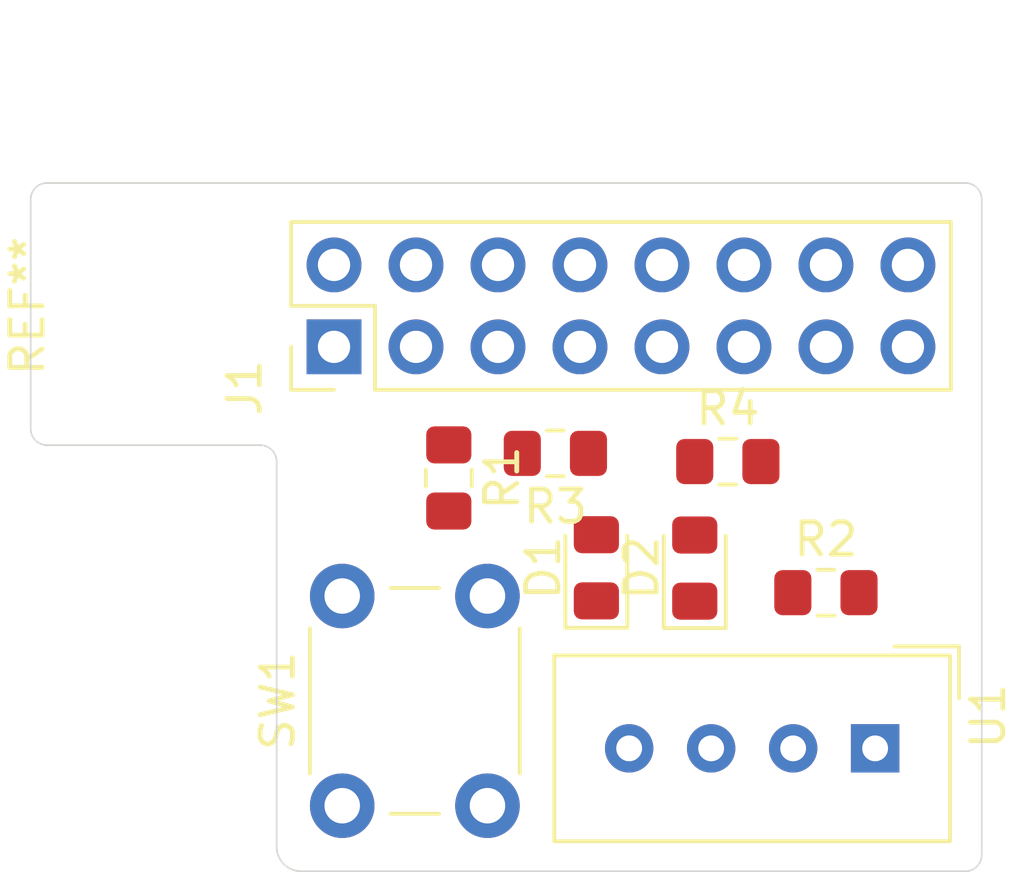
<source format=kicad_pcb>
(kicad_pcb (version 20171130) (host pcbnew 5.1.5+dfsg1-2build2)

  (general
    (thickness 1.6)
    (drawings 12)
    (tracks 0)
    (zones 0)
    (modules 10)
    (nets 19)
  )

  (page A4)
  (layers
    (0 F.Cu signal)
    (31 B.Cu signal)
    (32 B.Adhes user)
    (33 F.Adhes user)
    (34 B.Paste user)
    (35 F.Paste user)
    (36 B.SilkS user)
    (37 F.SilkS user)
    (38 B.Mask user)
    (39 F.Mask user)
    (40 Dwgs.User user)
    (41 Cmts.User user)
    (42 Eco1.User user)
    (43 Eco2.User user)
    (44 Edge.Cuts user)
    (45 Margin user)
    (46 B.CrtYd user)
    (47 F.CrtYd user)
    (48 B.Fab user)
    (49 F.Fab user)
  )

  (setup
    (last_trace_width 0.25)
    (user_trace_width 0.3)
    (trace_clearance 0.2)
    (zone_clearance 0.508)
    (zone_45_only no)
    (trace_min 0.2)
    (via_size 0.8)
    (via_drill 0.4)
    (via_min_size 0.4)
    (via_min_drill 0.3)
    (user_via 1 0.8)
    (uvia_size 0.3)
    (uvia_drill 0.1)
    (uvias_allowed no)
    (uvia_min_size 0.2)
    (uvia_min_drill 0.1)
    (edge_width 0.05)
    (segment_width 0.2)
    (pcb_text_width 0.3)
    (pcb_text_size 1.5 1.5)
    (mod_edge_width 0.12)
    (mod_text_size 1 1)
    (mod_text_width 0.15)
    (pad_size 1.524 1.524)
    (pad_drill 0.762)
    (pad_to_mask_clearance 0.051)
    (solder_mask_min_width 0.25)
    (aux_axis_origin 0 0)
    (visible_elements FFFFFF7F)
    (pcbplotparams
      (layerselection 0x010fc_ffffffff)
      (usegerberextensions false)
      (usegerberattributes false)
      (usegerberadvancedattributes false)
      (creategerberjobfile false)
      (excludeedgelayer true)
      (linewidth 0.100000)
      (plotframeref false)
      (viasonmask false)
      (mode 1)
      (useauxorigin false)
      (hpglpennumber 1)
      (hpglpenspeed 20)
      (hpglpendiameter 15.000000)
      (psnegative false)
      (psa4output false)
      (plotreference true)
      (plotvalue true)
      (plotinvisibletext false)
      (padsonsilk false)
      (subtractmaskfromsilk false)
      (outputformat 1)
      (mirror false)
      (drillshape 1)
      (scaleselection 1)
      (outputdirectory ""))
  )

  (net 0 "")
  (net 1 "Net-(D1-Pad2)")
  (net 2 GND)
  (net 3 "Net-(D2-Pad2)")
  (net 4 "Net-(J1-Pad16)")
  (net 5 "Net-(J1-Pad15)")
  (net 6 "Net-(J1-Pad14)")
  (net 7 "Net-(J1-Pad13)")
  (net 8 "Net-(J1-Pad12)")
  (net 9 "Net-(J1-Pad11)")
  (net 10 "Net-(J1-Pad10)")
  (net 11 /button_input)
  (net 12 "Net-(J1-Pad7)")
  (net 13 "Net-(J1-Pad5)")
  (net 14 "Net-(J1-Pad4)")
  (net 15 "Net-(J1-Pad3)")
  (net 16 "Net-(J1-Pad2)")
  (net 17 +3V3)
  (net 18 "Net-(U1-Pad3)")

  (net_class Default "To jest domyślna klasa połączeń."
    (clearance 0.2)
    (trace_width 0.25)
    (via_dia 0.8)
    (via_drill 0.4)
    (uvia_dia 0.3)
    (uvia_drill 0.1)
    (add_net /button_input)
    (add_net "Net-(D1-Pad2)")
    (add_net "Net-(D2-Pad2)")
    (add_net "Net-(J1-Pad10)")
    (add_net "Net-(J1-Pad11)")
    (add_net "Net-(J1-Pad12)")
    (add_net "Net-(J1-Pad13)")
    (add_net "Net-(J1-Pad14)")
    (add_net "Net-(J1-Pad15)")
    (add_net "Net-(J1-Pad16)")
    (add_net "Net-(J1-Pad2)")
    (add_net "Net-(J1-Pad3)")
    (add_net "Net-(J1-Pad4)")
    (add_net "Net-(J1-Pad5)")
    (add_net "Net-(J1-Pad7)")
    (add_net "Net-(U1-Pad3)")
  )

  (net_class Power ""
    (clearance 0.3)
    (trace_width 0.3)
    (via_dia 1)
    (via_drill 0.8)
    (uvia_dia 0.3)
    (uvia_drill 0.1)
    (add_net +3V3)
    (add_net GND)
  )

  (module MountingHole:MountingHole_3.2mm_M3 (layer F.Cu) (tedit 56D1B4CB) (tstamp 61770A14)
    (at 23.91 50.8 90)
    (descr "Mounting Hole 3.2mm, no annular, M3")
    (tags "mounting hole 3.2mm no annular m3")
    (attr virtual)
    (fp_text reference REF** (at 0 -4.2 90) (layer F.SilkS)
      (effects (font (size 1 1) (thickness 0.15)))
    )
    (fp_text value MountingHole_3.2mm_M3 (at 0 4.2 90) (layer F.Fab)
      (effects (font (size 1 1) (thickness 0.15)))
    )
    (fp_circle (center 0 0) (end 3.45 0) (layer F.CrtYd) (width 0.05))
    (fp_circle (center 0 0) (end 3.2 0) (layer Cmts.User) (width 0.15))
    (fp_text user %R (at 0.3 0 90) (layer F.Fab)
      (effects (font (size 1 1) (thickness 0.15)))
    )
    (pad 1 np_thru_hole circle (at 0 0 90) (size 3.2 3.2) (drill 3.2) (layers *.Cu *.Mask))
  )

  (module Connector_PinHeader_2.54mm:PinHeader_2x08_P2.54mm_Vertical (layer F.Cu) (tedit 59FED5CC) (tstamp 6176AC40)
    (at 29.21 52.07 90)
    (descr "Through hole straight pin header, 2x08, 2.54mm pitch, double rows")
    (tags "Through hole pin header THT 2x08 2.54mm double row")
    (path /61767A07)
    (fp_text reference J1 (at -1.27 -2.77 90) (layer F.SilkS)
      (effects (font (size 1 1) (thickness 0.15)))
    )
    (fp_text value Raspberry_Pi_2_3 (at -1.27 20.55 90) (layer F.Fab)
      (effects (font (size 1 1) (thickness 0.15)))
    )
    (fp_text user %R (at -1.27 8.89) (layer F.Fab)
      (effects (font (size 1 1) (thickness 0.15)))
    )
    (fp_line (start 4.35 -1.8) (end -1.8 -1.8) (layer F.CrtYd) (width 0.05))
    (fp_line (start 4.35 19.55) (end 4.35 -1.8) (layer F.CrtYd) (width 0.05))
    (fp_line (start -1.8 19.55) (end 4.35 19.55) (layer F.CrtYd) (width 0.05))
    (fp_line (start -1.8 -1.8) (end -1.8 19.55) (layer F.CrtYd) (width 0.05))
    (fp_line (start -1.33 -1.33) (end 0 -1.33) (layer F.SilkS) (width 0.12))
    (fp_line (start -1.33 0) (end -1.33 -1.33) (layer F.SilkS) (width 0.12))
    (fp_line (start 1.27 -1.33) (end 3.87 -1.33) (layer F.SilkS) (width 0.12))
    (fp_line (start 1.27 1.27) (end 1.27 -1.33) (layer F.SilkS) (width 0.12))
    (fp_line (start -1.33 1.27) (end 1.27 1.27) (layer F.SilkS) (width 0.12))
    (fp_line (start 3.87 -1.33) (end 3.87 19.11) (layer F.SilkS) (width 0.12))
    (fp_line (start -1.33 1.27) (end -1.33 19.11) (layer F.SilkS) (width 0.12))
    (fp_line (start -1.33 19.11) (end 3.87 19.11) (layer F.SilkS) (width 0.12))
    (fp_line (start -1.27 0) (end 0 -1.27) (layer F.Fab) (width 0.1))
    (fp_line (start -1.27 19.05) (end -1.27 0) (layer F.Fab) (width 0.1))
    (fp_line (start 3.81 19.05) (end -1.27 19.05) (layer F.Fab) (width 0.1))
    (fp_line (start 3.81 -1.27) (end 3.81 19.05) (layer F.Fab) (width 0.1))
    (fp_line (start 0 -1.27) (end 3.81 -1.27) (layer F.Fab) (width 0.1))
    (pad 16 thru_hole oval (at 2.54 17.78 90) (size 1.7 1.7) (drill 1) (layers *.Cu *.Mask)
      (net 4 "Net-(J1-Pad16)"))
    (pad 15 thru_hole oval (at 0 17.78 90) (size 1.7 1.7) (drill 1) (layers *.Cu *.Mask)
      (net 5 "Net-(J1-Pad15)"))
    (pad 14 thru_hole oval (at 2.54 15.24 90) (size 1.7 1.7) (drill 1) (layers *.Cu *.Mask)
      (net 6 "Net-(J1-Pad14)"))
    (pad 13 thru_hole oval (at 0 15.24 90) (size 1.7 1.7) (drill 1) (layers *.Cu *.Mask)
      (net 7 "Net-(J1-Pad13)"))
    (pad 12 thru_hole oval (at 2.54 12.7 90) (size 1.7 1.7) (drill 1) (layers *.Cu *.Mask)
      (net 8 "Net-(J1-Pad12)"))
    (pad 11 thru_hole oval (at 0 12.7 90) (size 1.7 1.7) (drill 1) (layers *.Cu *.Mask)
      (net 9 "Net-(J1-Pad11)"))
    (pad 10 thru_hole oval (at 2.54 10.16 90) (size 1.7 1.7) (drill 1) (layers *.Cu *.Mask)
      (net 10 "Net-(J1-Pad10)"))
    (pad 9 thru_hole oval (at 0 10.16 90) (size 1.7 1.7) (drill 1) (layers *.Cu *.Mask)
      (net 2 GND))
    (pad 8 thru_hole oval (at 2.54 7.62 90) (size 1.7 1.7) (drill 1) (layers *.Cu *.Mask)
      (net 11 /button_input))
    (pad 7 thru_hole oval (at 0 7.62 90) (size 1.7 1.7) (drill 1) (layers *.Cu *.Mask)
      (net 12 "Net-(J1-Pad7)"))
    (pad 6 thru_hole oval (at 2.54 5.08 90) (size 1.7 1.7) (drill 1) (layers *.Cu *.Mask)
      (net 2 GND))
    (pad 5 thru_hole oval (at 0 5.08 90) (size 1.7 1.7) (drill 1) (layers *.Cu *.Mask)
      (net 13 "Net-(J1-Pad5)"))
    (pad 4 thru_hole oval (at 2.54 2.54 90) (size 1.7 1.7) (drill 1) (layers *.Cu *.Mask)
      (net 14 "Net-(J1-Pad4)"))
    (pad 3 thru_hole oval (at 0 2.54 90) (size 1.7 1.7) (drill 1) (layers *.Cu *.Mask)
      (net 15 "Net-(J1-Pad3)"))
    (pad 2 thru_hole oval (at 2.54 0 90) (size 1.7 1.7) (drill 1) (layers *.Cu *.Mask)
      (net 16 "Net-(J1-Pad2)"))
    (pad 1 thru_hole rect (at 0 0 90) (size 1.7 1.7) (drill 1) (layers *.Cu *.Mask)
      (net 17 +3V3))
    (model ${KISYS3DMOD}/Connector_PinHeader_2.54mm.3dshapes/PinHeader_2x08_P2.54mm_Vertical.wrl
      (at (xyz 0 0 0))
      (scale (xyz 1 1 1))
      (rotate (xyz 0 0 0))
    )
  )

  (module Sensor:Aosong_DHT11_5.5x12.0_P2.54mm (layer F.Cu) (tedit 5C4B60CF) (tstamp 6176ACBB)
    (at 45.974 64.516 270)
    (descr "Temperature and humidity module, http://akizukidenshi.com/download/ds/aosong/DHT11.pdf")
    (tags "Temperature and humidity module")
    (path /61770E21)
    (fp_text reference U1 (at -1 -3.5 90) (layer F.SilkS)
      (effects (font (size 1 1) (thickness 0.15)))
    )
    (fp_text value DHT22 (at 0 11.3 90) (layer F.Fab)
      (effects (font (size 1 1) (thickness 0.15)))
    )
    (fp_line (start -3.16 -2.6) (end -1.55 -2.6) (layer F.SilkS) (width 0.12))
    (fp_line (start -3.16 -2.6) (end -3.16 -0.6) (layer F.SilkS) (width 0.12))
    (fp_line (start -2.75 -1.19) (end -1.75 -2.19) (layer F.Fab) (width 0.1))
    (fp_line (start -3 10.06) (end -3 -2.44) (layer F.CrtYd) (width 0.05))
    (fp_line (start 3 10.06) (end -3 10.06) (layer F.CrtYd) (width 0.05))
    (fp_line (start 3 -2.44) (end 3 10.06) (layer F.CrtYd) (width 0.05))
    (fp_line (start -3 -2.44) (end 3 -2.44) (layer F.CrtYd) (width 0.05))
    (fp_text user %R (at 0 3.81 90) (layer F.Fab)
      (effects (font (size 1 1) (thickness 0.15)))
    )
    (fp_line (start -2.88 9.94) (end -2.88 -2.31) (layer F.SilkS) (width 0.12))
    (fp_line (start 2.88 9.94) (end -2.88 9.94) (layer F.SilkS) (width 0.12))
    (fp_line (start 2.88 -2.32) (end 2.88 9.94) (layer F.SilkS) (width 0.12))
    (fp_line (start -2.87 -2.32) (end 2.87 -2.32) (layer F.SilkS) (width 0.12))
    (fp_line (start -2.75 -1.19) (end -2.75 9.81) (layer F.Fab) (width 0.1))
    (fp_line (start 2.75 9.81) (end -2.75 9.81) (layer F.Fab) (width 0.1))
    (fp_line (start 2.75 -2.19) (end 2.75 9.81) (layer F.Fab) (width 0.1))
    (fp_line (start -1.75 -2.19) (end 2.75 -2.19) (layer F.Fab) (width 0.1))
    (pad 4 thru_hole circle (at 0 7.62 270) (size 1.5 1.5) (drill 0.8) (layers *.Cu *.Mask)
      (net 2 GND))
    (pad 3 thru_hole circle (at 0 5.08 270) (size 1.5 1.5) (drill 0.8) (layers *.Cu *.Mask)
      (net 18 "Net-(U1-Pad3)"))
    (pad 2 thru_hole circle (at 0 2.54 270) (size 1.5 1.5) (drill 0.8) (layers *.Cu *.Mask)
      (net 9 "Net-(J1-Pad11)"))
    (pad 1 thru_hole rect (at 0 0 270) (size 1.5 1.5) (drill 0.8) (layers *.Cu *.Mask)
      (net 17 +3V3))
    (model ${KISYS3DMOD}/Sensor.3dshapes/Aosong_DHT11_5.5x12.0_P2.54mm.wrl
      (at (xyz 0 0 0))
      (scale (xyz 1 1 1))
      (rotate (xyz 0 0 0))
    )
  )

  (module Button_Switch_THT:SW_PUSH_6mm (layer F.Cu) (tedit 5A02FE31) (tstamp 6176ACA3)
    (at 29.464 66.294 90)
    (descr https://www.omron.com/ecb/products/pdf/en-b3f.pdf)
    (tags "tact sw push 6mm")
    (path /6176BC0E)
    (fp_text reference SW1 (at 3.25 -2 90) (layer F.SilkS)
      (effects (font (size 1 1) (thickness 0.15)))
    )
    (fp_text value SW_DPST (at 3.75 6.7 90) (layer F.Fab)
      (effects (font (size 1 1) (thickness 0.15)))
    )
    (fp_circle (center 3.25 2.25) (end 1.25 2.5) (layer F.Fab) (width 0.1))
    (fp_line (start 6.75 3) (end 6.75 1.5) (layer F.SilkS) (width 0.12))
    (fp_line (start 5.5 -1) (end 1 -1) (layer F.SilkS) (width 0.12))
    (fp_line (start -0.25 1.5) (end -0.25 3) (layer F.SilkS) (width 0.12))
    (fp_line (start 1 5.5) (end 5.5 5.5) (layer F.SilkS) (width 0.12))
    (fp_line (start 8 -1.25) (end 8 5.75) (layer F.CrtYd) (width 0.05))
    (fp_line (start 7.75 6) (end -1.25 6) (layer F.CrtYd) (width 0.05))
    (fp_line (start -1.5 5.75) (end -1.5 -1.25) (layer F.CrtYd) (width 0.05))
    (fp_line (start -1.25 -1.5) (end 7.75 -1.5) (layer F.CrtYd) (width 0.05))
    (fp_line (start -1.5 6) (end -1.25 6) (layer F.CrtYd) (width 0.05))
    (fp_line (start -1.5 5.75) (end -1.5 6) (layer F.CrtYd) (width 0.05))
    (fp_line (start -1.5 -1.5) (end -1.25 -1.5) (layer F.CrtYd) (width 0.05))
    (fp_line (start -1.5 -1.25) (end -1.5 -1.5) (layer F.CrtYd) (width 0.05))
    (fp_line (start 8 -1.5) (end 8 -1.25) (layer F.CrtYd) (width 0.05))
    (fp_line (start 7.75 -1.5) (end 8 -1.5) (layer F.CrtYd) (width 0.05))
    (fp_line (start 8 6) (end 8 5.75) (layer F.CrtYd) (width 0.05))
    (fp_line (start 7.75 6) (end 8 6) (layer F.CrtYd) (width 0.05))
    (fp_line (start 0.25 -0.75) (end 3.25 -0.75) (layer F.Fab) (width 0.1))
    (fp_line (start 0.25 5.25) (end 0.25 -0.75) (layer F.Fab) (width 0.1))
    (fp_line (start 6.25 5.25) (end 0.25 5.25) (layer F.Fab) (width 0.1))
    (fp_line (start 6.25 -0.75) (end 6.25 5.25) (layer F.Fab) (width 0.1))
    (fp_line (start 3.25 -0.75) (end 6.25 -0.75) (layer F.Fab) (width 0.1))
    (fp_text user %R (at 3.25 2.25 90) (layer F.Fab)
      (effects (font (size 1 1) (thickness 0.15)))
    )
    (pad 1 thru_hole circle (at 6.5 0 180) (size 2 2) (drill 1.1) (layers *.Cu *.Mask)
      (net 17 +3V3))
    (pad 2 thru_hole circle (at 6.5 4.5 180) (size 2 2) (drill 1.1) (layers *.Cu *.Mask)
      (net 11 /button_input))
    (pad 1 thru_hole circle (at 0 0 180) (size 2 2) (drill 1.1) (layers *.Cu *.Mask)
      (net 17 +3V3))
    (pad 2 thru_hole circle (at 0 4.5 180) (size 2 2) (drill 1.1) (layers *.Cu *.Mask)
      (net 11 /button_input))
    (model ${KISYS3DMOD}/Button_Switch_THT.3dshapes/SW_PUSH_6mm.wrl
      (at (xyz 0 0 0))
      (scale (xyz 1 1 1))
      (rotate (xyz 0 0 0))
    )
  )

  (module Resistor_SMD:R_0805_2012Metric_Pad1.15x1.40mm_HandSolder (layer F.Cu) (tedit 5B36C52B) (tstamp 61770E28)
    (at 41.411 55.626)
    (descr "Resistor SMD 0805 (2012 Metric), square (rectangular) end terminal, IPC_7351 nominal with elongated pad for handsoldering. (Body size source: https://docs.google.com/spreadsheets/d/1BsfQQcO9C6DZCsRaXUlFlo91Tg2WpOkGARC1WS5S8t0/edit?usp=sharing), generated with kicad-footprint-generator")
    (tags "resistor handsolder")
    (path /617D5C34)
    (attr smd)
    (fp_text reference R4 (at 0 -1.65) (layer F.SilkS)
      (effects (font (size 1 1) (thickness 0.15)))
    )
    (fp_text value 330R (at 0 1.65) (layer F.Fab)
      (effects (font (size 1 1) (thickness 0.15)))
    )
    (fp_text user %R (at 0 0) (layer F.Fab)
      (effects (font (size 0.5 0.5) (thickness 0.08)))
    )
    (fp_line (start 1.85 0.95) (end -1.85 0.95) (layer F.CrtYd) (width 0.05))
    (fp_line (start 1.85 -0.95) (end 1.85 0.95) (layer F.CrtYd) (width 0.05))
    (fp_line (start -1.85 -0.95) (end 1.85 -0.95) (layer F.CrtYd) (width 0.05))
    (fp_line (start -1.85 0.95) (end -1.85 -0.95) (layer F.CrtYd) (width 0.05))
    (fp_line (start -0.261252 0.71) (end 0.261252 0.71) (layer F.SilkS) (width 0.12))
    (fp_line (start -0.261252 -0.71) (end 0.261252 -0.71) (layer F.SilkS) (width 0.12))
    (fp_line (start 1 0.6) (end -1 0.6) (layer F.Fab) (width 0.1))
    (fp_line (start 1 -0.6) (end 1 0.6) (layer F.Fab) (width 0.1))
    (fp_line (start -1 -0.6) (end 1 -0.6) (layer F.Fab) (width 0.1))
    (fp_line (start -1 0.6) (end -1 -0.6) (layer F.Fab) (width 0.1))
    (pad 2 smd roundrect (at 1.025 0) (size 1.15 1.4) (layers F.Cu F.Paste F.Mask) (roundrect_rratio 0.217391)
      (net 17 +3V3))
    (pad 1 smd roundrect (at -1.025 0) (size 1.15 1.4) (layers F.Cu F.Paste F.Mask) (roundrect_rratio 0.217391)
      (net 3 "Net-(D2-Pad2)"))
    (model ${KISYS3DMOD}/Resistor_SMD.3dshapes/R_0805_2012Metric.wrl
      (at (xyz 0 0 0))
      (scale (xyz 1 1 1))
      (rotate (xyz 0 0 0))
    )
  )

  (module Resistor_SMD:R_0805_2012Metric_Pad1.15x1.40mm_HandSolder (layer F.Cu) (tedit 5B36C52B) (tstamp 6176AC73)
    (at 36.068 55.372 180)
    (descr "Resistor SMD 0805 (2012 Metric), square (rectangular) end terminal, IPC_7351 nominal with elongated pad for handsoldering. (Body size source: https://docs.google.com/spreadsheets/d/1BsfQQcO9C6DZCsRaXUlFlo91Tg2WpOkGARC1WS5S8t0/edit?usp=sharing), generated with kicad-footprint-generator")
    (tags "resistor handsolder")
    (path /6176D113)
    (attr smd)
    (fp_text reference R3 (at 0 -1.65) (layer F.SilkS)
      (effects (font (size 1 1) (thickness 0.15)))
    )
    (fp_text value 330R (at 0 1.65) (layer F.Fab)
      (effects (font (size 1 1) (thickness 0.15)))
    )
    (fp_text user %R (at 0 0) (layer F.Fab)
      (effects (font (size 0.5 0.5) (thickness 0.08)))
    )
    (fp_line (start 1.85 0.95) (end -1.85 0.95) (layer F.CrtYd) (width 0.05))
    (fp_line (start 1.85 -0.95) (end 1.85 0.95) (layer F.CrtYd) (width 0.05))
    (fp_line (start -1.85 -0.95) (end 1.85 -0.95) (layer F.CrtYd) (width 0.05))
    (fp_line (start -1.85 0.95) (end -1.85 -0.95) (layer F.CrtYd) (width 0.05))
    (fp_line (start -0.261252 0.71) (end 0.261252 0.71) (layer F.SilkS) (width 0.12))
    (fp_line (start -0.261252 -0.71) (end 0.261252 -0.71) (layer F.SilkS) (width 0.12))
    (fp_line (start 1 0.6) (end -1 0.6) (layer F.Fab) (width 0.1))
    (fp_line (start 1 -0.6) (end 1 0.6) (layer F.Fab) (width 0.1))
    (fp_line (start -1 -0.6) (end 1 -0.6) (layer F.Fab) (width 0.1))
    (fp_line (start -1 0.6) (end -1 -0.6) (layer F.Fab) (width 0.1))
    (pad 2 smd roundrect (at 1.025 0 180) (size 1.15 1.4) (layers F.Cu F.Paste F.Mask) (roundrect_rratio 0.217391)
      (net 12 "Net-(J1-Pad7)"))
    (pad 1 smd roundrect (at -1.025 0 180) (size 1.15 1.4) (layers F.Cu F.Paste F.Mask) (roundrect_rratio 0.217391)
      (net 1 "Net-(D1-Pad2)"))
    (model ${KISYS3DMOD}/Resistor_SMD.3dshapes/R_0805_2012Metric.wrl
      (at (xyz 0 0 0))
      (scale (xyz 1 1 1))
      (rotate (xyz 0 0 0))
    )
  )

  (module Resistor_SMD:R_0805_2012Metric_Pad1.15x1.40mm_HandSolder (layer F.Cu) (tedit 5B36C52B) (tstamp 6176AC62)
    (at 44.45 59.69)
    (descr "Resistor SMD 0805 (2012 Metric), square (rectangular) end terminal, IPC_7351 nominal with elongated pad for handsoldering. (Body size source: https://docs.google.com/spreadsheets/d/1BsfQQcO9C6DZCsRaXUlFlo91Tg2WpOkGARC1WS5S8t0/edit?usp=sharing), generated with kicad-footprint-generator")
    (tags "resistor handsolder")
    (path /6176CE5A)
    (attr smd)
    (fp_text reference R2 (at 0 -1.65) (layer F.SilkS)
      (effects (font (size 1 1) (thickness 0.15)))
    )
    (fp_text value 10K (at 0 1.65) (layer F.Fab)
      (effects (font (size 1 1) (thickness 0.15)))
    )
    (fp_text user %R (at 0 0) (layer F.Fab)
      (effects (font (size 0.5 0.5) (thickness 0.08)))
    )
    (fp_line (start 1.85 0.95) (end -1.85 0.95) (layer F.CrtYd) (width 0.05))
    (fp_line (start 1.85 -0.95) (end 1.85 0.95) (layer F.CrtYd) (width 0.05))
    (fp_line (start -1.85 -0.95) (end 1.85 -0.95) (layer F.CrtYd) (width 0.05))
    (fp_line (start -1.85 0.95) (end -1.85 -0.95) (layer F.CrtYd) (width 0.05))
    (fp_line (start -0.261252 0.71) (end 0.261252 0.71) (layer F.SilkS) (width 0.12))
    (fp_line (start -0.261252 -0.71) (end 0.261252 -0.71) (layer F.SilkS) (width 0.12))
    (fp_line (start 1 0.6) (end -1 0.6) (layer F.Fab) (width 0.1))
    (fp_line (start 1 -0.6) (end 1 0.6) (layer F.Fab) (width 0.1))
    (fp_line (start -1 -0.6) (end 1 -0.6) (layer F.Fab) (width 0.1))
    (fp_line (start -1 0.6) (end -1 -0.6) (layer F.Fab) (width 0.1))
    (pad 2 smd roundrect (at 1.025 0) (size 1.15 1.4) (layers F.Cu F.Paste F.Mask) (roundrect_rratio 0.217391)
      (net 17 +3V3))
    (pad 1 smd roundrect (at -1.025 0) (size 1.15 1.4) (layers F.Cu F.Paste F.Mask) (roundrect_rratio 0.217391)
      (net 9 "Net-(J1-Pad11)"))
    (model ${KISYS3DMOD}/Resistor_SMD.3dshapes/R_0805_2012Metric.wrl
      (at (xyz 0 0 0))
      (scale (xyz 1 1 1))
      (rotate (xyz 0 0 0))
    )
  )

  (module Resistor_SMD:R_0805_2012Metric_Pad1.15x1.40mm_HandSolder (layer F.Cu) (tedit 5B36C52B) (tstamp 6176AC51)
    (at 32.766 56.134 270)
    (descr "Resistor SMD 0805 (2012 Metric), square (rectangular) end terminal, IPC_7351 nominal with elongated pad for handsoldering. (Body size source: https://docs.google.com/spreadsheets/d/1BsfQQcO9C6DZCsRaXUlFlo91Tg2WpOkGARC1WS5S8t0/edit?usp=sharing), generated with kicad-footprint-generator")
    (tags "resistor handsolder")
    (path /6176C922)
    (attr smd)
    (fp_text reference R1 (at 0 -1.65 90) (layer F.SilkS)
      (effects (font (size 1 1) (thickness 0.15)))
    )
    (fp_text value 10K (at 0 1.65 90) (layer F.Fab)
      (effects (font (size 1 1) (thickness 0.15)))
    )
    (fp_text user %R (at 0 0 90) (layer F.Fab)
      (effects (font (size 0.5 0.5) (thickness 0.08)))
    )
    (fp_line (start 1.85 0.95) (end -1.85 0.95) (layer F.CrtYd) (width 0.05))
    (fp_line (start 1.85 -0.95) (end 1.85 0.95) (layer F.CrtYd) (width 0.05))
    (fp_line (start -1.85 -0.95) (end 1.85 -0.95) (layer F.CrtYd) (width 0.05))
    (fp_line (start -1.85 0.95) (end -1.85 -0.95) (layer F.CrtYd) (width 0.05))
    (fp_line (start -0.261252 0.71) (end 0.261252 0.71) (layer F.SilkS) (width 0.12))
    (fp_line (start -0.261252 -0.71) (end 0.261252 -0.71) (layer F.SilkS) (width 0.12))
    (fp_line (start 1 0.6) (end -1 0.6) (layer F.Fab) (width 0.1))
    (fp_line (start 1 -0.6) (end 1 0.6) (layer F.Fab) (width 0.1))
    (fp_line (start -1 -0.6) (end 1 -0.6) (layer F.Fab) (width 0.1))
    (fp_line (start -1 0.6) (end -1 -0.6) (layer F.Fab) (width 0.1))
    (pad 2 smd roundrect (at 1.025 0 270) (size 1.15 1.4) (layers F.Cu F.Paste F.Mask) (roundrect_rratio 0.217391)
      (net 11 /button_input))
    (pad 1 smd roundrect (at -1.025 0 270) (size 1.15 1.4) (layers F.Cu F.Paste F.Mask) (roundrect_rratio 0.217391)
      (net 2 GND))
    (model ${KISYS3DMOD}/Resistor_SMD.3dshapes/R_0805_2012Metric.wrl
      (at (xyz 0 0 0))
      (scale (xyz 1 1 1))
      (rotate (xyz 0 0 0))
    )
  )

  (module LED_SMD:LED_0805_2012Metric_Pad1.15x1.40mm_HandSolder (layer F.Cu) (tedit 5B4B45C9) (tstamp 61770DA1)
    (at 40.386 58.928 90)
    (descr "LED SMD 0805 (2012 Metric), square (rectangular) end terminal, IPC_7351 nominal, (Body size source: https://docs.google.com/spreadsheets/d/1BsfQQcO9C6DZCsRaXUlFlo91Tg2WpOkGARC1WS5S8t0/edit?usp=sharing), generated with kicad-footprint-generator")
    (tags "LED handsolder")
    (path /617D5C3E)
    (attr smd)
    (fp_text reference D2 (at 0 -1.65 90) (layer F.SilkS)
      (effects (font (size 1 1) (thickness 0.15)))
    )
    (fp_text value LED (at 0 1.65 90) (layer F.Fab)
      (effects (font (size 1 1) (thickness 0.15)))
    )
    (fp_text user %R (at 0 0 90) (layer F.Fab)
      (effects (font (size 0.5 0.5) (thickness 0.08)))
    )
    (fp_line (start 1.85 0.95) (end -1.85 0.95) (layer F.CrtYd) (width 0.05))
    (fp_line (start 1.85 -0.95) (end 1.85 0.95) (layer F.CrtYd) (width 0.05))
    (fp_line (start -1.85 -0.95) (end 1.85 -0.95) (layer F.CrtYd) (width 0.05))
    (fp_line (start -1.85 0.95) (end -1.85 -0.95) (layer F.CrtYd) (width 0.05))
    (fp_line (start -1.86 0.96) (end 1 0.96) (layer F.SilkS) (width 0.12))
    (fp_line (start -1.86 -0.96) (end -1.86 0.96) (layer F.SilkS) (width 0.12))
    (fp_line (start 1 -0.96) (end -1.86 -0.96) (layer F.SilkS) (width 0.12))
    (fp_line (start 1 0.6) (end 1 -0.6) (layer F.Fab) (width 0.1))
    (fp_line (start -1 0.6) (end 1 0.6) (layer F.Fab) (width 0.1))
    (fp_line (start -1 -0.3) (end -1 0.6) (layer F.Fab) (width 0.1))
    (fp_line (start -0.7 -0.6) (end -1 -0.3) (layer F.Fab) (width 0.1))
    (fp_line (start 1 -0.6) (end -0.7 -0.6) (layer F.Fab) (width 0.1))
    (pad 2 smd roundrect (at 1.025 0 90) (size 1.15 1.4) (layers F.Cu F.Paste F.Mask) (roundrect_rratio 0.217391)
      (net 3 "Net-(D2-Pad2)"))
    (pad 1 smd roundrect (at -1.025 0 90) (size 1.15 1.4) (layers F.Cu F.Paste F.Mask) (roundrect_rratio 0.217391)
      (net 2 GND))
    (model ${KISYS3DMOD}/LED_SMD.3dshapes/LED_0805_2012Metric.wrl
      (at (xyz 0 0 0))
      (scale (xyz 1 1 1))
      (rotate (xyz 0 0 0))
    )
  )

  (module LED_SMD:LED_0805_2012Metric_Pad1.15x1.40mm_HandSolder (layer F.Cu) (tedit 5B4B45C9) (tstamp 6176AC07)
    (at 37.338 58.919 90)
    (descr "LED SMD 0805 (2012 Metric), square (rectangular) end terminal, IPC_7351 nominal, (Body size source: https://docs.google.com/spreadsheets/d/1BsfQQcO9C6DZCsRaXUlFlo91Tg2WpOkGARC1WS5S8t0/edit?usp=sharing), generated with kicad-footprint-generator")
    (tags "LED handsolder")
    (path /6176D47F)
    (attr smd)
    (fp_text reference D1 (at 0 -1.65 90) (layer F.SilkS)
      (effects (font (size 1 1) (thickness 0.15)))
    )
    (fp_text value LED (at 0 1.65 90) (layer F.Fab)
      (effects (font (size 1 1) (thickness 0.15)))
    )
    (fp_text user %R (at 0 0 90) (layer F.Fab)
      (effects (font (size 0.5 0.5) (thickness 0.08)))
    )
    (fp_line (start 1.85 0.95) (end -1.85 0.95) (layer F.CrtYd) (width 0.05))
    (fp_line (start 1.85 -0.95) (end 1.85 0.95) (layer F.CrtYd) (width 0.05))
    (fp_line (start -1.85 -0.95) (end 1.85 -0.95) (layer F.CrtYd) (width 0.05))
    (fp_line (start -1.85 0.95) (end -1.85 -0.95) (layer F.CrtYd) (width 0.05))
    (fp_line (start -1.86 0.96) (end 1 0.96) (layer F.SilkS) (width 0.12))
    (fp_line (start -1.86 -0.96) (end -1.86 0.96) (layer F.SilkS) (width 0.12))
    (fp_line (start 1 -0.96) (end -1.86 -0.96) (layer F.SilkS) (width 0.12))
    (fp_line (start 1 0.6) (end 1 -0.6) (layer F.Fab) (width 0.1))
    (fp_line (start -1 0.6) (end 1 0.6) (layer F.Fab) (width 0.1))
    (fp_line (start -1 -0.3) (end -1 0.6) (layer F.Fab) (width 0.1))
    (fp_line (start -0.7 -0.6) (end -1 -0.3) (layer F.Fab) (width 0.1))
    (fp_line (start 1 -0.6) (end -0.7 -0.6) (layer F.Fab) (width 0.1))
    (pad 2 smd roundrect (at 1.025 0 90) (size 1.15 1.4) (layers F.Cu F.Paste F.Mask) (roundrect_rratio 0.217391)
      (net 1 "Net-(D1-Pad2)"))
    (pad 1 smd roundrect (at -1.025 0 90) (size 1.15 1.4) (layers F.Cu F.Paste F.Mask) (roundrect_rratio 0.217391)
      (net 2 GND))
    (model ${KISYS3DMOD}/LED_SMD.3dshapes/LED_0805_2012Metric.wrl
      (at (xyz 0 0 0))
      (scale (xyz 1 1 1))
      (rotate (xyz 0 0 0))
    )
  )

  (gr_arc (start 48.768 47.498) (end 49.276 47.498) (angle -90) (layer Edge.Cuts) (width 0.05))
  (gr_arc (start 48.768 67.818) (end 48.768 68.326) (angle -90) (layer Edge.Cuts) (width 0.05))
  (gr_arc (start 28.194 67.564) (end 27.432 67.564) (angle -90) (layer Edge.Cuts) (width 0.05))
  (gr_arc (start 26.924 55.626) (end 27.432 55.626) (angle -90) (layer Edge.Cuts) (width 0.05))
  (gr_arc (start 20.32 54.61) (end 19.812 54.61) (angle -90) (layer Edge.Cuts) (width 0.05))
  (gr_arc (start 20.32 47.498) (end 20.32 46.99) (angle -90) (layer Edge.Cuts) (width 0.05))
  (gr_line (start 49.276 67.818) (end 49.276 47.498) (layer Edge.Cuts) (width 0.05) (tstamp 61770AE5))
  (gr_line (start 28.194 68.326) (end 48.768 68.326) (layer Edge.Cuts) (width 0.05))
  (gr_line (start 27.432 55.626) (end 27.432 67.564) (layer Edge.Cuts) (width 0.05))
  (gr_line (start 20.32 55.118) (end 26.924 55.118) (layer Edge.Cuts) (width 0.05))
  (gr_line (start 19.812 47.498) (end 19.812 54.61) (layer Edge.Cuts) (width 0.05))
  (gr_line (start 48.768 46.99) (end 20.32 46.99) (layer Edge.Cuts) (width 0.05))

)

</source>
